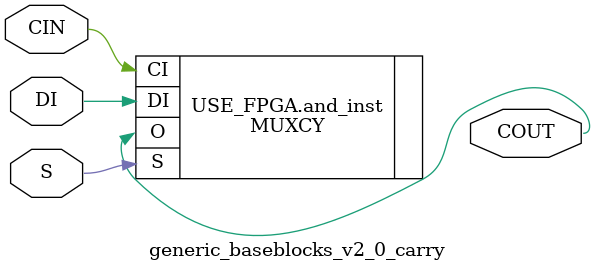
<source format=v>
`timescale 1ps/1ps


module generic_baseblocks_v2_0_carry #
  (
   parameter         C_FAMILY                         = "virtex6"
                       // FPGA Family. Current version: virtex6 or spartan6.
   )
  (
   input  wire        CIN,
   input  wire        S,
   input  wire        DI,
   output wire        COUT
   );
  
  
  /////////////////////////////////////////////////////////////////////////////
  // Variables for generating parameter controlled instances.
  /////////////////////////////////////////////////////////////////////////////
  
  
  /////////////////////////////////////////////////////////////////////////////
  // Local params
  /////////////////////////////////////////////////////////////////////////////
  
  
  /////////////////////////////////////////////////////////////////////////////
  // Functions
  /////////////////////////////////////////////////////////////////////////////
  
  
  /////////////////////////////////////////////////////////////////////////////
  // Internal signals
  /////////////////////////////////////////////////////////////////////////////
  
  
  /////////////////////////////////////////////////////////////////////////////
  // Instantiate or use RTL code
  /////////////////////////////////////////////////////////////////////////////
  
  generate
    if ( C_FAMILY == "rtl" ) begin : USE_RTL
      assign COUT = (CIN & S) | (DI & ~S);
      
    end else begin : USE_FPGA
    
      MUXCY and_inst 
      (
       .O (COUT), 
       .CI (CIN), 
       .DI (DI), 
       .S (S)
      ); 
      
    end
  endgenerate
  
  
endmodule

</source>
